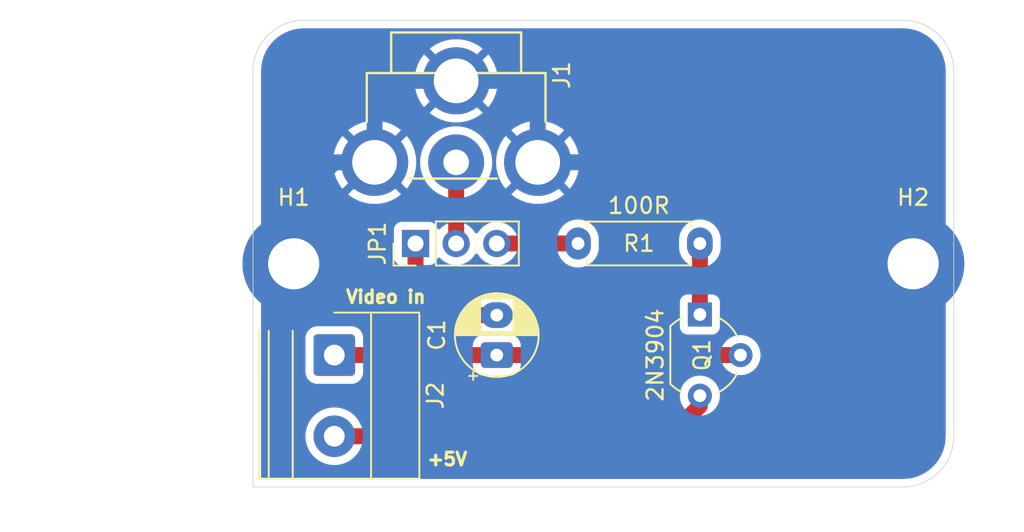
<source format=kicad_pcb>
(kicad_pcb (version 20241229) (generator "pcbnew") (generator_version "9.0")
  (layers (0 "F.Cu" signal) (2 "B.Cu" signal) (13 "F.Paste" user) (15 "B.Paste" user) (5 "F.SilkS" user "F.Silkscreen") (7 "B.SilkS" user "B.Silkscreen") (1 "F.Mask" user) (3 "B.Mask" user) (25 "Edge.Cuts" user))
  (net 0 "")
  (net 1 "GND")
  (net 2 "Net-(J1-In)")
  (net 3 "Net-(JP1-B)")
  (net 4 "+5V")
  (net 5 "VIDEO_IN")
  (net 6 "Net-(JP1-A)")
  (net 7 "Net-(Q1-E)")
  (footprint "MountingHole:MountingHole_3.2mm_M3_Pad" (layer "F.Cu") (at 123.825 104.14)
    (property "Reference" "H2" (at 0 -4.15 0) (layer "F.SilkS"))
    (property "Value" "MountingHole_Pad")
    (pad "1" thru_hole circle (at 0 0) (size 6.4 6.4) (drill 3.2) (layers "*.Cu" "*.Mask") (net 1 "GND"))
  )
  (footprint "MountingHole:MountingHole_3.2mm_M3_Pad" (layer "F.Cu") (at 85.09 104.14)
    (property "Reference" "H1" (at 0 -4.15 0) (layer "F.SilkS"))
    (property "Value" "MountingHole_Pad")
    (pad "1" thru_hole circle (at 0 0) (size 6.4 6.4) (drill 3.2) (layers "*.Cu" "*.Mask") (net 1 "GND"))
  )
  (footprint "Resistor_THT:R_Axial_DIN0207_L6.3mm_D2.5mm_P7.62mm_Horizontal" (layer "F.Cu") (at 110.49 102.87 180)
    (property "Reference" "R1" (at 3.81 0 0) (layer "F.SilkS"))
    (property "Value" "100R" (at 3.81 2.37 0) (layer "F.SilkS"))
    (fp_line (start 7.08 1.37) (end 7.08 1.04) (stroke (width 0.12)) (layer "F.SilkS"))
    (fp_line (start 7.08 -1.37) (end 7.08 -1.04) (stroke (width 0.12)) (layer "F.SilkS"))
    (fp_line (start 0.54 1.37) (end 7.08 1.37) (stroke (width 0.12)) (layer "F.SilkS"))
    (fp_line (start 0.54 1.04) (end 0.54 1.37) (stroke (width 0.12)) (layer "F.SilkS"))
    (fp_line (start 0.54 -1.04) (end 0.54 -1.37) (stroke (width 0.12)) (layer "F.SilkS"))
    (fp_line (start 0.54 -1.37) (end 7.08 -1.37) (stroke (width 0.12)) (layer "F.SilkS"))
    (pad "1" thru_hole oval (at 0 0 180) (size 1.6 2) (drill 0.8) (layers "*.Cu" "*.Mask") (net 7 "Net-(Q1-E)"))
    (pad "2" thru_hole oval (at 7.62 0 180) (size 1.6 2) (drill 0.8) (layers "*.Cu" "*.Mask") (net 3 "Net-(JP1-B)"))
  )
  (footprint "Package_TO_SOT_THT:TO-92_Wide" (layer "F.Cu") (at 110.49 107.315 -90)
    (property "Reference" "Q1" (at 2.54 -0.135 90) (layer "F.SilkS"))
    (property "Value" "2N3904" (at 2.54 2.79 90) (layer "F.SilkS"))
    (fp_line (start 0.74 1.85) (end 4.34 1.85) (stroke (width 0.12)) (layer "F.SilkS"))
    (fp_arc (start 0.74 1.85) (mid 0.446097 1.509328) (end 0.215816 1.122795) (stroke (width 0.12)) (layer "F.SilkS"))
    (fp_arc (start 4.864184 1.122795) (mid 4.633903 1.509328) (end 4.34 1.85) (stroke (width 0.12)) (layer "F.SilkS"))
    (fp_arc (start 0.172801 -1.103842) (mid 0.678995 -1.832692) (end 1.4 -2.35) (stroke (width 0.12)) (layer "F.SilkS"))
    (fp_arc (start 3.65 -2.35) (mid 4.382279 -1.833196) (end 4.895458 -1.098371) (stroke (width 0.12)) (layer "F.SilkS"))
    (pad "1" thru_hole rect (at 0 0 270) (size 1.5 1.5) (drill 0.8) (layers "*.Cu" "*.Mask") (net 7 "Net-(Q1-E)"))
    (pad "2" thru_hole circle (at 2.54 -2.54 270) (size 1.5 1.5) (drill 0.8) (layers "*.Cu" "*.Mask") (net 5 "VIDEO_IN"))
    (pad "3" thru_hole circle (at 5.08 0 270) (size 1.5 1.5) (drill 0.8) (layers "*.Cu" "*.Mask") (net 4 "+5V"))
  )
  (footprint "Connector_PinHeader_2.54mm:PinHeader_1x03_P2.54mm_Vertical" (layer "F.Cu") (at 92.71 102.87 90)
    (property "Reference" "JP1" (at 0 -2.38 90) (layer "F.SilkS"))
    (property "Value" "VIDEO_SEL")
    (fp_line (start -1.38 -1.38) (end 0 -1.38) (stroke (width 0.12)) (layer "F.SilkS"))
    (fp_line (start -1.38 0) (end -1.38 -1.38) (stroke (width 0.12)) (layer "F.SilkS"))
    (fp_line (start 1.38 1.27) (end 1.38 6.46) (stroke (width 0.12)) (layer "F.SilkS"))
    (fp_line (start -1.38 1.27) (end 1.38 1.27) (stroke (width 0.12)) (layer "F.SilkS"))
    (fp_line (start -1.38 1.27) (end -1.38 6.46) (stroke (width 0.12)) (layer "F.SilkS"))
    (fp_line (start -1.38 6.46) (end 1.38 6.46) (stroke (width 0.12)) (layer "F.SilkS"))
    (pad "1" thru_hole rect (at 0 0 90) (size 1.7 1.7) (drill 1) (layers "*.Cu" "*.Mask") (net 6 "Net-(JP1-A)"))
    (pad "2" thru_hole circle (at 0 2.54 90) (size 1.7 1.7) (drill 1) (layers "*.Cu" "*.Mask") (net 2 "Net-(J1-In)"))
    (pad "3" thru_hole circle (at 0 5.08 90) (size 1.7 1.7) (drill 1) (layers "*.Cu" "*.Mask") (net 3 "Net-(JP1-B)"))
  )
  (footprint "TerminalBlock_Phoenix:TerminalBlock_Phoenix_MKDS-1,5-2-5.08_1x02_P5.08mm_Horizontal" (layer "F.Cu") (at 87.63 109.855 -90)
    (property "Reference" "J2" (at 2.54 -6.32 90) (layer "F.SilkS"))
    (property "Value" "Screw_Terminal_01x02")
    (fp_line (start 1.016 4.72) (end -1.524 4.72) (stroke (width 0.12)) (layer "F.SilkS"))
    (fp_line (start 7.74 4.72) (end 0.3 4.72) (stroke (width 0.12)) (layer "F.SilkS"))
    (fp_line (start -1.524 4.1) (end 7.74 4.1) (stroke (width 0.12)) (layer "F.SilkS"))
    (fp_line (start -1.524 2.6) (end 7.74 2.6) (stroke (width 0.12)) (layer "F.SilkS"))
    (fp_line (start -2.66 0) (end -2.66 -5.32) (stroke (width 0.12)) (layer "F.SilkS"))
    (fp_line (start -2.54 -2.3) (end 7.74 -2.3) (stroke (width 0.12)) (layer "F.SilkS"))
    (fp_line (start -2.54 -5.32) (end 7.74 -5.32) (stroke (width 0.12)) (layer "F.SilkS"))
    (fp_line (start 7.74 -5.32) (end 7.74 4.72) (stroke (width 0.12)) (layer "F.SilkS"))
    (pad "1" thru_hole roundrect (at 0 0 270) (size 2.6 2.6) (drill 1.3) (layers "*.Cu" "*.Mask") (roundrect_rratio 0.096154) (net 5 "VIDEO_IN"))
    (pad "2" thru_hole circle (at 5.08 0 270) (size 2.6 2.6) (drill 1.3) (layers "*.Cu" "*.Mask") (net 4 "+5V"))
  )
  (footprint "Capacitor_THT:CP_Radial_D5.0mm_P2.50mm" (layer "F.Cu") (at 97.79 109.855 90)
    (property "Reference" "C1" (at 1.25 -3.75 90) (layer "F.SilkS"))
    (property "Value" "100uF")
    (fp_line (start 1.29 -2.58) (end 1.29 2.58) (stroke (width 0.12)) (layer "F.SilkS"))
    (fp_line (start 1.25 -2.58) (end 1.25 2.58) (stroke (width 0.12)) (layer "F.SilkS"))
    (fp_line (start 1.33 -2.579) (end 1.33 2.579) (stroke (width 0.12)) (layer "F.SilkS"))
    (fp_line (start 1.37 -2.577) (end 1.37 2.577) (stroke (width 0.12)) (layer "F.SilkS"))
    (fp_line (start 1.41 -2.575) (end 1.41 2.575) (stroke (width 0.12)) (layer "F.SilkS"))
    (fp_line (start 1.45 -2.572) (end 1.45 2.572) (stroke (width 0.12)) (layer "F.SilkS"))
    (fp_line (start 1.49 -2.569) (end 1.49 -1.04) (stroke (width 0.12)) (layer "F.SilkS"))
    (fp_line (start 1.53 -2.565) (end 1.53 -1.04) (stroke (width 0.12)) (layer "F.SilkS"))
    (fp_line (start 1.57 -2.56) (end 1.57 -1.04) (stroke (width 0.12)) (layer "F.SilkS"))
    (fp_line (start 1.61 -2.555) (end 1.61 -1.04) (stroke (width 0.12)) (layer "F.SilkS"))
    (fp_line (start 1.65 -2.549) (end 1.65 -1.04) (stroke (width 0.12)) (layer "F.SilkS"))
    (fp_line (start 1.69 -2.543) (end 1.69 -1.04) (stroke (width 0.12)) (layer "F.SilkS"))
    (fp_line (start 1.73 -2.536) (end 1.73 -1.04) (stroke (width 0.12)) (layer "F.SilkS"))
    (fp_line (start 1.77 -2.528) (end 1.77 -1.04) (stroke (width 0.12)) (layer "F.SilkS"))
    (fp_line (start 1.81 -2.519) (end 1.81 -1.04) (stroke (width 0.12)) (layer "F.SilkS"))
    (fp_line (start 1.85 -2.51) (end 1.85 -1.04) (stroke (width 0.12)) (layer "F.SilkS"))
    (fp_line (start 1.89 -2.501) (end 1.89 -1.04) (stroke (width 0.12)) (layer "F.SilkS"))
    (fp_line (start 1.93 -2.49) (end 1.93 -1.04) (stroke (width 0.12)) (layer "F.SilkS"))
    (fp_line (start 1.97 -2.479) (end 1.97 -1.04) (stroke (width 0.12)) (layer "F.SilkS"))
    (fp_line (start 2.01 -2.467) (end 2.01 -1.04) (stroke (width 0.12)) (layer "F.SilkS"))
    (fp_line (start 2.05 -2.455) (end 2.05 -1.04) (stroke (width 0.12)) (layer "F.SilkS"))
    (fp_line (start 2.09 -2.442) (end 2.09 -1.04) (stroke (width 0.12)) (layer "F.SilkS"))
    (fp_line (start 2.13 -2.428) (end 2.13 -1.04) (stroke (width 0.12)) (layer "F.SilkS"))
    (fp_line (start 2.17 -2.413) (end 2.17 -1.04) (stroke (width 0.12)) (layer "F.SilkS"))
    (fp_line (start 2.21 -2.398) (end 2.21 -1.04) (stroke (width 0.12)) (layer "F.SilkS"))
    (fp_line (start 2.25 -2.382) (end 2.25 -1.04) (stroke (width 0.12)) (layer "F.SilkS"))
    (fp_line (start 2.29 -2.365) (end 2.29 -1.04) (stroke (width 0.12)) (layer "F.SilkS"))
    (fp_line (start 2.33 -2.347) (end 2.33 -1.04) (stroke (width 0.12)) (layer "F.SilkS"))
    (fp_line (start 2.37 -2.329) (end 2.37 -1.04) (stroke (width 0.12)) (layer "F.SilkS"))
    (fp_line (start 2.41 -2.309) (end 2.41 -1.04) (stroke (width 0.12)) (layer "F.SilkS"))
    (fp_line (start 2.45 -2.289) (end 2.45 -1.04) (stroke (width 0.12)) (layer "F.SilkS"))
    (fp_line (start 2.49 -2.268) (end 2.49 -1.04) (stroke (width 0.12)) (layer "F.SilkS"))
    (fp_line (start 2.53 -2.246) (end 2.53 -1.04) (stroke (width 0.12)) (layer "F.SilkS"))
    (fp_line (start 2.57 -2.223) (end 2.57 -1.04) (stroke (width 0.12)) (layer "F.SilkS"))
    (fp_line (start 2.61 -2.199) (end 2.61 -1.04) (stroke (width 0.12)) (layer "F.SilkS"))
    (fp_line (start 2.65 -2.175) (end 2.65 -1.04) (stroke (width 0.12)) (layer "F.SilkS"))
    (fp_line (start 2.69 -2.149) (end 2.69 -1.04) (stroke (width 0.12)) (layer "F.SilkS"))
    (fp_line (start 2.73 -2.122) (end 2.73 -1.04) (stroke (width 0.12)) (layer "F.SilkS"))
    (fp_line (start 2.77 -2.094) (end 2.77 -1.04) (stroke (width 0.12)) (layer "F.SilkS"))
    (fp_line (start 2.81 -2.065) (end 2.81 -1.04) (stroke (width 0.12)) (layer "F.SilkS"))
    (fp_line (start 2.85 -2.035) (end 2.85 -1.04) (stroke (width 0.12)) (layer "F.SilkS"))
    (fp_line (start 2.89 -2.003) (end 2.89 -1.04) (stroke (width 0.12)) (layer "F.SilkS"))
    (fp_line (start 2.93 -1.97) (end 2.93 -1.04) (stroke (width 0.12)) (layer "F.SilkS"))
    (fp_line (start 2.97 -1.936) (end 2.97 -1.04) (stroke (width 0.12)) (layer "F.SilkS"))
    (fp_line (start 3.01 -1.901) (end 3.01 -1.04) (stroke (width 0.12)) (layer "F.SilkS"))
    (fp_line (start 3.05 -1.864) (end 3.05 -1.04) (stroke (width 0.12)) (layer "F.SilkS"))
    (fp_line (start 3.09 -1.825) (end 3.09 -1.04) (stroke (width 0.12)) (layer "F.SilkS"))
    (fp_line (start 3.13 -1.785) (end 3.13 -1.04) (stroke (width 0.12)) (layer "F.SilkS"))
    (fp_line (start 3.17 -1.743) (end 3.17 -1.04) (stroke (width 0.12)) (layer "F.SilkS"))
    (fp_line (start -1.304775 -1.725) (end -1.304775 -1.225) (stroke (width 0.12)) (layer "F.SilkS"))
    (fp_line (start 3.21 -1.699) (end 3.21 -1.04) (stroke (width 0.12)) (layer "F.SilkS"))
    (fp_line (start 3.25 -1.652) (end 3.25 -1.04) (stroke (width 0.12)) (layer "F.SilkS"))
    (fp_line (start 3.29 -1.604) (end 3.29 -1.04) (stroke (width 0.12)) (layer "F.SilkS"))
    (fp_line (start 3.33 -1.553) (end 3.33 -1.04) (stroke (width 0.12)) (layer "F.SilkS"))
    (fp_line (start 3.37 -1.499) (end 3.37 -1.04) (stroke (width 0.12)) (layer "F.SilkS"))
    (fp_line (start -1.554775 -1.475) (end -1.054775 -1.475) (stroke (width 0.12)) (layer "F.SilkS"))
    (fp_line (start 3.41 -1.443) (end 3.41 -1.04) (stroke (width 0.12)) (layer "F.SilkS"))
    (fp_line (start 3.45 -1.383) (end 3.45 -1.04) (stroke (width 0.12)) (layer "F.SilkS"))
    (fp_line (start 3.49 -1.319) (end 3.49 -1.04) (stroke (width 0.12)) (layer "F.SilkS"))
    (fp_line (start 3.53 -1.251) (end 3.53 -1.04) (stroke (width 0.12)) (layer "F.SilkS"))
    (fp_line (start 3.57 -1.177) (end 3.57 1.177) (stroke (width 0.12)) (layer "F.SilkS"))
    (fp_line (start 3.61 -1.098) (end 3.61 1.098) (stroke (width 0.12)) (layer "F.SilkS"))
    (fp_line (start 3.65 -1.011) (end 3.65 1.011) (stroke (width 0.12)) (layer "F.SilkS"))
    (fp_line (start 3.69 -0.914) (end 3.69 0.914) (stroke (width 0.12)) (layer "F.SilkS"))
    (fp_line (start 3.73 -0.805) (end 3.73 0.805) (stroke (width 0.12)) (layer "F.SilkS"))
    (fp_line (start 3.77 -0.677) (end 3.77 0.677) (stroke (width 0.12)) (layer "F.SilkS"))
    (fp_line (start 3.81 -0.517) (end 3.81 0.517) (stroke (width 0.12)) (layer "F.SilkS"))
    (fp_line (start 3.85 -0.283) (end 3.85 0.283) (stroke (width 0.12)) (layer "F.SilkS"))
    (fp_line (start 3.53 1.04) (end 3.53 1.251) (stroke (width 0.12)) (layer "F.SilkS"))
    (fp_line (start 3.49 1.04) (end 3.49 1.319) (stroke (width 0.12)) (layer "F.SilkS"))
    (fp_line (start 3.45 1.04) (end 3.45 1.383) (stroke (width 0.12)) (layer "F.SilkS"))
    (fp_line (start 3.41 1.04) (end 3.41 1.443) (stroke (width 0.12)) (layer "F.SilkS"))
    (fp_line (start 3.37 1.04) (end 3.37 1.499) (stroke (width 0.12)) (layer "F.SilkS"))
    (fp_line (start 3.33 1.04) (end 3.33 1.553) (stroke (width 0.12)) (layer "F.SilkS"))
    (fp_line (start 3.29 1.04) (end 3.29 1.604) (stroke (width 0.12)) (layer "F.SilkS"))
    (fp_line (start 3.25 1.04) (end 3.25 1.652) (stroke (width 0.12)) (layer "F.SilkS"))
    (fp_line (start 3.21 1.04) (end 3.21 1.699) (stroke (width 0.12)) (layer "F.SilkS"))
    (fp_line (start 3.17 1.04) (end 3.17 1.743) (stroke (width 0.12)) (layer "F.SilkS"))
    (fp_line (start 3.13 1.04) (end 3.13 1.785) (stroke (width 0.12)) (layer "F.SilkS"))
    (fp_line (start 3.09 1.04) (end 3.09 1.825) (stroke (width 0.12)) (layer "F.SilkS"))
    (fp_line (start 3.05 1.04) (end 3.05 1.864) (stroke (width 0.12)) (layer "F.SilkS"))
    (fp_line (start 3.01 1.04) (end 3.01 1.901) (stroke (width 0.12)) (layer "F.SilkS"))
    (fp_line (start 2.97 1.04) (end 2.97 1.936) (stroke (width 0.12)) (layer "F.SilkS"))
    (fp_line (start 2.93 1.04) (end 2.93 1.97) (stroke (width 0.12)) (layer "F.SilkS"))
    (fp_line (start 2.89 1.04) (end 2.89 2.003) (stroke (width 0.12)) (layer "F.SilkS"))
    (fp_line (start 2.85 1.04) (end 2.85 2.035) (stroke (width 0.12)) (layer "F.SilkS"))
    (fp_line (start 2.81 1.04) (end 2.81 2.065) (stroke (width 0.12)) (layer "F.SilkS"))
    (fp_line (start 2.77 1.04) (end 2.77 2.094) (stroke (width 0.12)) (layer "F.SilkS"))
    (fp_line (start 2.73 1.04) (end 2.73 2.122) (stroke (width 0.12)) (layer "F.SilkS"))
    (fp_line (start 2.69 1.04) (end 2.69 2.149) (stroke (width 0.12)) (layer "F.SilkS"))
    (fp_line (start 2.65 1.04) (end 2.65 2.175) (stroke (width 0.12)) (layer "F.SilkS"))
    (fp_line (start 2.61 1.04) (end 2.61 2.199) (stroke (width 0.12)) (layer "F.SilkS"))
    (fp_line (start 2.57 1.04) (end 2.57 2.223) (stroke (width 0.12)) (layer "F.SilkS"))
    (fp_line (start 2.53 1.04) (end 2.53 2.246) (stroke (width 0.12)) (layer "F.SilkS"))
    (fp_line (start 2.49 1.04) (end 2.49 2.268) (stroke (width 0.12)) (layer "F.SilkS"))
    (fp_line (start 2.45 1.04) (end 2.45 2.289) (stroke (width 0.12)) (layer "F.SilkS"))
    (fp_line (start 2.41 1.04) (end 2.41 2.309) (stroke (width 0.12)) (layer "F.SilkS"))
    (fp_line (start 2.37 1.04) (end 2.37 2.329) (stroke (width 0.12)) (layer "F.SilkS"))
    (fp_line (start 2.33 1.04) (end 2.33 2.347) (stroke (width 0.12)) (layer "F.SilkS"))
    (fp_line (start 2.29 1.04) (end 2.29 2.365) (stroke (width 0.12)) (layer "F.SilkS"))
    (fp_line (start 2.25 1.04) (end 2.25 2.382) (stroke (width 0.12)) (layer "F.SilkS"))
    (fp_line (start 2.21 1.04) (end 2.21 2.398) (stroke (width 0.12)) (layer "F.SilkS"))
    (fp_line (start 2.17 1.04) (end 2.17 2.413) (stroke (width 0.12)) (layer "F.SilkS"))
    (fp_line (start 2.13 1.04) (end 2.13 2.428) (stroke (width 0.12)) (layer "F.SilkS"))
    (fp_line (start 2.09 1.04) (end 2.09 2.442) (stroke (width 0.12)) (layer "F.SilkS"))
    (fp_line (start 2.05 1.04) (end 2.05 2.455) (stroke (width 0.12)) (layer "F.SilkS"))
    (fp_line (start 2.01 1.04) (end 2.01 2.467) (stroke (width 0.12)) (layer "F.SilkS"))
    (fp_line (start 1.97 1.04) (end 1.97 2.479) (stroke (width 0.12)) (layer "F.SilkS"))
    (fp_line (start 1.93 1.04) (end 1.93 2.49) (stroke (width 0.12)) (layer "F.SilkS"))
    (fp_line (start 1.89 1.04) (end 1.89 2.501) (stroke (width 0.12)) (layer "F.SilkS"))
    (fp_line (start 1.85 1.04) (end 1.85 2.51) (stroke (width 0.12)) (layer "F.SilkS"))
    (fp_line (start 1.81 1.04) (end 1.81 2.519) (stroke (width 0.12)) (layer "F.SilkS"))
    (fp_line (start 1.77 1.04) (end 1.77 2.528) (stroke (width 0.12)) (layer "F.SilkS"))
    (fp_line (start 1.73 1.04) (end 1.73 2.536) (stroke (width 0.12)) (layer "F.SilkS"))
    (fp_line (start 1.69 1.04) (end 1.69 2.543) (stroke (width 0.12)) (layer "F.SilkS"))
    (fp_line (start 1.65 1.04) (end 1.65 2.549) (stroke (width 0.12)) (layer "F.SilkS"))
    (fp_line (start 1.61 1.04) (end 1.61 2.555) (stroke (width 0.12)) (layer "F.SilkS"))
    (fp_line (start 1.57 1.04) (end 1.57 2.56) (stroke (width 0.12)) (layer "F.SilkS"))
    (fp_line (start 1.53 1.04) (end 1.53 2.565) (stroke (width 0.12)) (layer "F.SilkS"))
    (fp_line (start 1.49 1.04) (end 1.49 2.569) (stroke (width 0.12)) (layer "F.SilkS"))
    (fp_circle (center 1.25 0) (end 3.87 0) (stroke (width 0.12)) (fill no) (layer "F.SilkS"))
    (pad "1" thru_hole roundrect (at 0 0 90) (size 1.6 2) (drill 0.8) (layers "*.Cu" "*.Mask") (roundrect_rratio 0.15625) (net 5 "VIDEO_IN"))
    (pad "2" thru_hole oval (at 2.5 0 90) (size 1.6 2) (drill 0.8) (layers "*.Cu" "*.Mask") (net 6 "Net-(JP1-A)"))
  )
  (footprint "AV-Adapter:RCA_CONNECTOR" (layer "F.Cu") (at 95.25 97.79)
    (property "Reference" "J1" (at 6.604 -5.461 90) (layer "F.SilkS"))
    (property "Value" "Conn_Coaxial")
    (fp_line (start -5.588 -5.588) (end 5.588 -5.588) (stroke (width 0.15)) (layer "F.SilkS"))
    (fp_line (start -5.588 -2.54) (end -5.588 -5.588) (stroke (width 0.15)) (layer "F.SilkS"))
    (fp_line (start -4.064 -8.128) (end -4.064 -5.588) (stroke (width 0.15)) (layer "F.SilkS"))
    (fp_line (start -4.064 -8.128) (end 4.064 -8.128) (stroke (width 0.15)) (layer "F.SilkS"))
    (fp_line (start -3.048 1.016) (end 2.54 1.016) (stroke (width 0.15)) (layer "F.SilkS"))
    (fp_line (start 4.064 -8.128) (end 4.064 -5.588) (stroke (width 0.15)) (layer "F.SilkS"))
    (fp_line (start 5.588 -2.54) (end 5.588 -5.588) (stroke (width 0.15)) (layer "F.SilkS"))
    (pad "1" thru_hole circle (at 0 0) (size 3.5 3.5) (drill 1.6) (layers "*.Cu" "*.Mask") (net 2 "Net-(J1-In)"))
    (pad "2" thru_hole circle (at -5.1 0) (size 4.2 4.2) (drill 2.8) (layers "*.Cu" "*.Mask") (net 1 "GND"))
    (pad "2" thru_hole circle (at 0 -5.1) (size 4.2 4.2) (drill 2.8) (layers "*.Cu" "*.Mask") (net 1 "GND"))
    (pad "2" thru_hole circle (at 5.1 0) (size 4.2 4.2) (drill 2.8) (layers "*.Cu" "*.Mask") (net 1 "GND"))
  )
  (gr_line (start 123.19 118.11) (end 82.55 118.11) (stroke (width 0.05)) (layer "Edge.Cuts"))
  (gr_arc (start 123.19 88.9) (mid 125.435064 89.829936) (end 126.365 92.075) (stroke (width 0.05)) (layer "Edge.Cuts"))
  (gr_arc (start 82.55 92.075) (mid 83.479936 89.829936) (end 85.725 88.9) (stroke (width 0.05)) (layer "Edge.Cuts"))
  (gr_line (start 85.725 88.9) (end 123.19 88.9) (stroke (width 0.05)) (layer "Edge.Cuts"))
  (gr_line (start 82.55 118.11) (end 82.55 92.075) (stroke (width 0.05)) (layer "Edge.Cuts"))
  (gr_line (start 126.365 92.075) (end 126.365 114.935) (stroke (width 0.05)) (layer "Edge.Cuts"))
  (gr_arc (start 126.365 114.935) (mid 125.435064 117.180064) (end 123.19 118.11) (stroke (width 0.05)) (layer "Edge.Cuts"))
  (gr_text "Video in" (at 88.265 106.68 0) (layer "F.SilkS") (effects (font (size 0.8 0.8) (thickness 0.2) (bold yes)) (justify left bottom)))
  (gr_text "+5V" (at 93.345 116.84 0) (layer "F.SilkS") (effects (font (size 0.8 0.8) (thickness 0.2) (bold yes)) (justify left bottom)))
  (segment (start 85.09 104.14) (end 85.09 100.33) (width 1) (layer "B.Cu") (net 1))
  (segment (start 87.63 97.79) (end 90.15 97.79) (width 1) (layer "B.Cu") (net 1))
  (segment (start 123.825 104.14) (end 117.475 97.79) (width 1) (layer "B.Cu") (net 1))
  (segment (start 100.35 97.79) (end 100.35 94.635) (width 1) (layer "B.Cu") (net 1))
  (segment (start 100.35 94.635) (end 98.405 92.69) (width 1) (layer "B.Cu") (net 1))
  (segment (start 90.15 97.79) (end 90.15 94) (width 1) (layer "B.Cu") (net 1))
  (segment (start 91.46 92.69) (end 95.25 92.69) (width 1) (layer "B.Cu") (net 1))
  (segment (start 90.15 94) (end 91.46 92.69) (width 1) (layer "B.Cu") (net 1))
  (segment (start 98.405 92.69) (end 95.25 92.69) (width 1) (layer "B.Cu") (net 1))
  (segment (start 117.475 97.79) (end 100.35 97.79) (width 1) (layer "B.Cu") (net 1))
  (segment (start 85.09 100.33) (end 87.63 97.79) (width 1) (layer "B.Cu") (net 1))
  (segment (start 95.25 102.87) (end 95.25 97.79) (width 1) (layer "F.Cu") (net 2))
  (segment (start 102.87 102.87) (end 97.79 102.87) (width 1) (layer "F.Cu") (net 3))
  (segment (start 110.49 113.03) (end 108.585 114.935) (width 1) (layer "F.Cu") (net 4))
  (segment (start 108.585 114.935) (end 87.63 114.935) (width 1) (layer "F.Cu") (net 4))
  (segment (start 87.63 109.855) (end 113.03 109.855) (width 1) (layer "F.Cu") (net 5))
  (segment (start 97.79 107.355) (end 95.29 107.355) (width 1) (layer "F.Cu") (net 6))
  (segment (start 95.29 107.355) (end 92.71 104.775) (width 1) (layer "F.Cu") (net 6))
  (segment (start 92.71 104.775) (end 92.71 102.87) (width 1) (layer "F.Cu") (net 6))
  (segment (start 110.49 107.315) (end 110.49 102.87) (width 1) (layer "F.Cu") (net 7))
  (zone (net 1) (net_name "GND") (layer "B.Cu") (connect_pads (clearance 0.5)) (min_thickness 0.25) (fill yes (thermal_gap 0.5) (thermal_bridge_width 0.5))
    (polygon (pts (xy 81.28 119.38) (xy 127 119.38) (xy 127 87.63) (xy 81.28 87.63)))
  )
)
</source>
